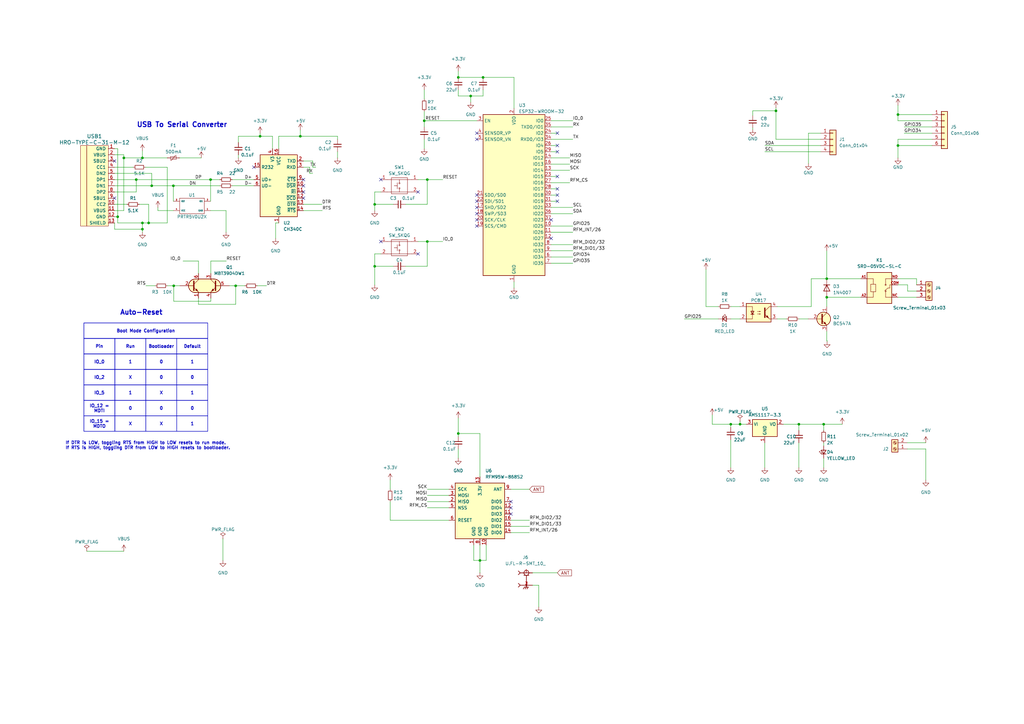
<source format=kicad_sch>
(kicad_sch (version 20231120) (generator "eeschema") (generator_version "8.0")
  (paper "A3")
  (title_block (title "IOT_ESP32") (date "2024-05-27") (company "InspireTech"))
  (junction (at 339.09 121.92))
  (junction (at 339.09 114.3))
  (junction (at 55.88 73.66))
  (junction (at 71.12 76.2))
  (junction (at 153.67 109.22))
  (junction (at 62.23 76.2))
  (junction (at 187.96 177.8))
  (junction (at 198.12 31.75))
  (junction (at 327.66 173.99))
  (junction (at 106.68 55.88))
  (junction (at 173.99 49.53))
  (junction (at 175.26 99.06))
  (junction (at 123.19 55.88))
  (junction (at 196.85 229.87))
  (junction (at 58.42 93.98))
  (junction (at 60.96 91.44))
  (junction (at 48.26 88.9))
  (junction (at 58.42 64.77))
  (junction (at 187.96 31.75))
  (junction (at 175.26 73.66))
  (junction (at 368.3 59.69))
  (junction (at 153.67 83.82))
  (junction (at 58.42 91.44))
  (junction (at 71.247 117.221))
  (junction (at 86.36 73.66))
  (junction (at 368.3 46.99))
  (junction (at 299.72 173.99))
  (junction (at 303.53 173.99))
  (junction (at 50.8 64.77))
  (junction (at 337.82 173.99))
  (junction (at 193.04 39.37))
  (junction (at 96.647 117.221))
  (junction (at 318.262 45.466))
  (no_connect (at 228.6 59.69))
  (no_connect (at 226.06 97.79))
  (no_connect (at 104.14 68.58))
  (no_connect (at 195.58 92.71))
  (no_connect (at 228.6 77.47))
  (no_connect (at 195.58 82.55))
  (no_connect (at 228.6 80.01))
  (no_connect (at 46.99 66.04))
  (no_connect (at 156.21 99.06))
  (no_connect (at 124.46 76.2))
  (no_connect (at 124.46 78.74))
  (no_connect (at 228.6 82.55))
  (no_connect (at 195.58 80.01))
  (no_connect (at 124.46 73.66))
  (no_connect (at 226.06 90.17))
  (no_connect (at 171.45 104.14))
  (no_connect (at 195.58 57.15))
  (no_connect (at 156.21 73.66))
  (no_connect (at 209.55 205.74))
  (no_connect (at 195.58 85.09))
  (no_connect (at 195.58 54.61))
  (no_connect (at 209.55 208.28))
  (no_connect (at 171.45 78.74))
  (no_connect (at 46.99 81.28))
  (no_connect (at 124.46 81.28))
  (no_connect (at 195.58 87.63))
  (no_connect (at 195.58 90.17))
  (no_connect (at 228.6 72.39))
  (no_connect (at 228.6 62.23))
  (no_connect (at 209.55 210.82))
  (no_connect (at 228.6 54.61))
  (wire (pts (xy 217.17 213.36) (xy 209.55 213.36)))
  (wire (pts (xy 106.68 54.61) (xy 106.68 55.88)))
  (wire (pts (xy 161.29 109.22) (xy 153.67 109.22)))
  (polyline (pts (xy 47.117 138.811) (xy 47.117 176.911)))
  (wire (pts (xy 368.3 114.3) (xy 375.92 114.3)))
  (wire (pts (xy 46.99 60.96) (xy 48.26 60.96)))
  (wire (pts (xy 166.37 83.82) (xy 175.26 83.82)))
  (wire (pts (xy 337.82 173.99) (xy 345.44 173.99)))
  (wire (pts (xy 75.057 107.061) (xy 81.407 107.061)))
  (wire (pts (xy 68.707 117.221) (xy 71.247 117.221)))
  (wire (pts (xy 299.72 125.73) (xy 303.53 125.73)))
  (wire (pts (xy 113.03 91.44) (xy 113.03 97.79)))
  (wire (pts (xy 226.06 74.93) (xy 233.68 74.93)))
  (wire (pts (xy 60.96 91.44) (xy 68.58 91.44)))
  (wire (pts (xy 166.37 109.22) (xy 175.26 109.22)))
  (wire (pts (xy 59.69 68.58) (xy 68.58 68.58)))
  (wire (pts (xy 46.99 83.82) (xy 52.07 83.82)))
  (wire (pts (xy 71.12 76.2) (xy 90.17 76.2)))
  (wire (pts (xy 60.96 83.82) (xy 60.96 91.44)))
  (wire (pts (xy 175.26 109.22) (xy 175.26 99.06)))
  (wire (pts (xy 55.88 73.66) (xy 86.36 73.66)))
  (wire (pts (xy 303.53 172.72) (xy 303.53 173.99)))
  (wire (pts (xy 210.82 44.45) (xy 210.82 31.75)))
  (wire (pts (xy 289.56 110.49) (xy 289.56 125.73)))
  (wire (pts (xy 46.99 86.36) (xy 50.8 86.36)))
  (wire (pts (xy 226.06 54.61) (xy 228.6 54.61)))
  (wire (pts (xy 370.84 54.61) (xy 382.27 54.61)))
  (wire (pts (xy 153.67 83.82) (xy 153.67 78.74)))
  (wire (pts (xy 71.12 76.2) (xy 71.12 82.55)))
  (polyline (pts (xy 34.417 157.861) (xy 85.217 157.861)))
  (wire (pts (xy 173.99 49.53) (xy 173.99 52.07)))
  (wire (pts (xy 62.23 76.2) (xy 71.12 76.2)))
  (wire (pts (xy 161.29 83.82) (xy 153.67 83.82)))
  (wire (pts (xy 368.3 59.69) (xy 382.27 59.69)))
  (wire (pts (xy 58.42 64.77) (xy 68.58 64.77)))
  (wire (pts (xy 138.43 64.77) (xy 138.43 62.23)))
  (wire (pts (xy 308.737 53.086) (xy 308.737 52.451)))
  (wire (pts (xy 337.82 187.96) (xy 337.82 191.77)))
  (wire (pts (xy 106.68 55.88) (xy 111.76 55.88)))
  (wire (pts (xy 196.85 223.52) (xy 196.85 229.87)))
  (wire (pts (xy 153.67 109.22) (xy 153.67 104.14)))
  (wire (pts (xy 226.06 64.77) (xy 233.68 64.77)))
  (polyline (pts (xy 59.817 138.811) (xy 59.817 176.911)))
  (wire (pts (xy 58.42 91.44) (xy 60.96 91.44)))
  (wire (pts (xy 187.96 171.45) (xy 187.96 177.8)))
  (wire (pts (xy 303.53 173.99) (xy 306.07 173.99)))
  (wire (pts (xy 153.67 78.74) (xy 156.21 78.74)))
  (wire (pts (xy 96.647 117.221) (xy 100.457 117.221)))
  (wire (pts (xy 198.12 39.37) (xy 193.04 39.37)))
  (wire (pts (xy 58.42 91.44) (xy 58.42 93.98)))
  (wire (pts (xy 372.11 184.15) (xy 379.73 184.15)))
  (wire (pts (xy 160.02 205.74) (xy 160.02 213.36)))
  (wire (pts (xy 46.99 73.66) (xy 55.88 73.66)))
  (wire (pts (xy 226.06 49.53) (xy 234.95 49.53)))
  (wire (pts (xy 339.09 135.89) (xy 339.09 139.7)))
  (wire (pts (xy 220.98 240.03) (xy 218.44 240.03)))
  (wire (pts (xy 327.66 173.99) (xy 337.82 173.99)))
  (wire (pts (xy 331.597 54.61) (xy 331.597 67.056)))
  (wire (pts (xy 123.19 53.34) (xy 123.19 55.88)))
  (wire (pts (xy 46.99 76.2) (xy 62.23 76.2)))
  (wire (pts (xy 114.3 55.88) (xy 114.3 60.96)))
  (wire (pts (xy 289.56 125.73) (xy 294.64 125.73)))
  (wire (pts (xy 48.26 60.96) (xy 48.26 88.9)))
  (wire (pts (xy 173.99 49.53) (xy 173.99 45.72)))
  (wire (pts (xy 96.647 117.221) (xy 96.647 124.841)))
  (wire (pts (xy 226.06 95.25) (xy 234.95 95.25)))
  (wire (pts (xy 138.43 55.88) (xy 123.19 55.88)))
  (wire (pts (xy 160.02 196.85) (xy 160.02 200.66)))
  (wire (pts (xy 46.99 93.98) (xy 58.42 93.98)))
  (wire (pts (xy 313.69 181.61) (xy 313.69 191.77)))
  (wire (pts (xy 318.77 130.81) (xy 322.58 130.81)))
  (wire (pts (xy 339.09 121.92) (xy 353.06 121.92)))
  (wire (pts (xy 175.26 203.2) (xy 184.15 203.2)))
  (wire (pts (xy 226.06 92.71) (xy 234.95 92.71)))
  (wire (pts (xy 194.31 229.87) (xy 196.85 229.87)))
  (wire (pts (xy 95.25 73.66) (xy 104.14 73.66)))
  (wire (pts (xy 234.95 105.41) (xy 226.06 105.41)))
  (wire (pts (xy 106.68 55.88) (xy 97.79 55.88)))
  (wire (pts (xy 153.67 83.82) (xy 153.67 86.36)))
  (wire (pts (xy 226.06 85.09) (xy 234.95 85.09)))
  (wire (pts (xy 128.27 66.04) (xy 128.27 68.58)))
  (wire (pts (xy 46.99 68.58) (xy 54.61 68.58)))
  (wire (pts (xy 368.3 46.99) (xy 382.27 46.99)))
  (wire (pts (xy 337.82 182.88) (xy 337.82 181.61)))
  (wire (pts (xy 228.6 62.23) (xy 226.06 62.23)))
  (wire (pts (xy 299.72 173.99) (xy 303.53 173.99)))
  (wire (pts (xy 337.82 173.99) (xy 337.82 176.53)))
  (wire (pts (xy 81.407 122.301) (xy 81.407 124.841)))
  (wire (pts (xy 58.42 61.849) (xy 58.42 64.77)))
  (wire (pts (xy 46.99 71.12) (xy 62.23 71.12)))
  (wire (pts (xy 226.06 102.87) (xy 234.95 102.87)))
  (wire (pts (xy 196.85 229.87) (xy 196.85 234.95)))
  (wire (pts (xy 48.26 91.44) (xy 58.42 91.44)))
  (wire (pts (xy 217.17 215.9) (xy 209.55 215.9)))
  (wire (pts (xy 124.46 66.04) (xy 128.27 66.04)))
  (wire (pts (xy 59.817 117.221) (xy 63.627 117.221)))
  (wire (pts (xy 35.56 226.06) (xy 50.8 226.06)))
  (wire (pts (xy 175.26 73.66) (xy 181.61 73.66)))
  (wire (pts (xy 127 71.12) (xy 128.27 71.12)))
  (wire (pts (xy 86.487 122.301) (xy 86.487 123.571)))
  (wire (pts (xy 97.79 55.88) (xy 97.79 58.42)))
  (wire (pts (xy 368.3 121.92) (xy 375.92 121.92)))
  (wire (pts (xy 64.77 86.36) (xy 64.77 85.09)))
  (wire (pts (xy 368.3 116.84) (xy 372.237 116.84)))
  (wire (pts (xy 57.15 83.82) (xy 60.96 83.82)))
  (wire (pts (xy 370.84 52.07) (xy 382.27 52.07)))
  (wire (pts (xy 327.66 181.61) (xy 327.66 191.77)))
  (wire (pts (xy 86.36 73.66) (xy 90.17 73.66)))
  (wire (pts (xy 368.3 59.69) (xy 368.3 64.77)))
  (wire (pts (xy 86.487 123.571) (xy 71.247 123.571)))
  (wire (pts (xy 187.96 187.96) (xy 187.96 184.15)))
  (wire (pts (xy 368.3 49.53) (xy 382.27 49.53)))
  (wire (pts (xy 379.73 184.15) (xy 379.73 196.85)))
  (wire (pts (xy 175.26 99.06) (xy 171.45 99.06)))
  (wire (pts (xy 127 68.58) (xy 127 71.12)))
  (wire (pts (xy 86.487 107.061) (xy 92.837 107.061)))
  (wire (pts (xy 71.247 123.571) (xy 71.247 117.221)))
  (wire (pts (xy 114.3 55.88) (xy 123.19 55.88)))
  (polyline (pts (xy 34.417 145.161) (xy 85.217 145.161)))
  (wire (pts (xy 368.3 46.99) (xy 368.3 49.53)))
  (wire (pts (xy 91.44 220.98) (xy 91.44 229.87)))
  (wire (pts (xy 111.76 55.88) (xy 111.76 60.96)))
  (wire (pts (xy 372.237 119.38) (xy 375.92 119.38)))
  (wire (pts (xy 196.85 177.8) (xy 196.85 195.58)))
  (wire (pts (xy 95.25 76.2) (xy 104.14 76.2)))
  (wire (pts (xy 71.12 86.36) (xy 64.77 86.36)))
  (wire (pts (xy 226.06 87.63) (xy 234.95 87.63)))
  (wire (pts (xy 105.537 117.221) (xy 109.347 117.221)))
  (wire (pts (xy 226.06 69.85) (xy 233.68 69.85)))
  (wire (pts (xy 339.09 114.3) (xy 353.06 114.3)))
  (wire (pts (xy 97.79 64.77) (xy 97.79 63.5)))
  (wire (pts (xy 46.99 63.5) (xy 50.8 63.5)))
  (wire (pts (xy 226.06 77.47) (xy 228.6 77.47)))
  (wire (pts (xy 187.96 29.21) (xy 187.96 31.75)))
  (wire (pts (xy 318.262 45.466) (xy 318.262 57.15)))
  (wire (pts (xy 86.487 112.141) (xy 86.487 107.061)))
  (wire (pts (xy 339.09 139.7) (xy 339.217 139.7)))
  (wire (pts (xy 193.04 39.37) (xy 193.04 41.91)))
  (wire (pts (xy 226.06 72.39) (xy 228.6 72.39)))
  (wire (pts (xy 318.77 125.73) (xy 332.74 125.73)))
  (wire (pts (xy 228.6 234.95) (xy 218.44 234.95)))
  (wire (pts (xy 336.55 57.15) (xy 318.262 57.15)))
  (wire (pts (xy 226.06 82.55) (xy 228.6 82.55)))
  (wire (pts (xy 124.46 68.58) (xy 127 68.58)))
  (wire (pts (xy 199.39 223.52) (xy 199.39 229.87)))
  (wire (pts (xy 339.09 121.92) (xy 339.09 125.73)))
  (wire (pts (xy 81.407 107.061) (xy 81.407 112.141)))
  (wire (pts (xy 153.67 109.22) (xy 153.67 116.84)))
  (wire (pts (xy 50.8 63.5) (xy 50.8 64.77)))
  (wire (pts (xy 114.3 91.44) (xy 113.03 91.44)))
  (wire (pts (xy 280.67 130.81) (xy 294.64 130.81)))
  (wire (pts (xy 92.71 86.36) (xy 86.36 86.36)))
  (wire (pts (xy 372.237 116.84) (xy 372.237 119.38)))
  (wire (pts (xy 226.06 57.15) (xy 234.95 57.15)))
  (wire (pts (xy 292.1 173.99) (xy 299.72 173.99)))
  (polyline (pts (xy 34.417 164.211) (xy 85.217 164.211)))
  (wire (pts (xy 234.95 107.95) (xy 226.06 107.95)))
  (wire (pts (xy 210.82 31.75) (xy 198.12 31.75)))
  (wire (pts (xy 175.26 200.66) (xy 184.15 200.66)))
  (wire (pts (xy 187.96 177.8) (xy 187.96 179.07)))
  (wire (pts (xy 175.26 205.74) (xy 184.15 205.74)))
  (wire (pts (xy 82.55 64.77) (xy 73.66 64.77)))
  (wire (pts (xy 220.98 248.92) (xy 220.98 240.03)))
  (wire (pts (xy 94.107 117.221) (xy 96.647 117.221)))
  (wire (pts (xy 292.1 170.18) (xy 292.1 173.99)))
  (wire (pts (xy 175.26 99.06) (xy 181.61 99.06)))
  (wire (pts (xy 313.69 59.69) (xy 336.55 59.69)))
  (wire (pts (xy 138.43 57.15) (xy 138.43 55.88)))
  (wire (pts (xy 153.67 104.14) (xy 156.21 104.14)))
  (wire (pts (xy 299.72 173.99) (xy 299.72 175.26)))
  (wire (pts (xy 124.46 83.82) (xy 132.08 83.82)))
  (wire (pts (xy 50.8 64.77) (xy 50.8 86.36)))
  (wire (pts (xy 193.04 39.37) (xy 187.96 39.37)))
  (wire (pts (xy 50.8 64.77) (xy 58.42 64.77)))
  (wire (pts (xy 339.09 102.87) (xy 339.09 114.3)))
  (wire (pts (xy 198.12 36.83) (xy 198.12 39.37)))
  (wire (pts (xy 327.66 130.81) (xy 331.47 130.81)))
  (polyline (pts (xy 34.417 138.811) (xy 85.217 138.811)))
  (wire (pts (xy 318.262 44.196) (xy 318.262 45.466)))
  (wire (pts (xy 194.31 223.52) (xy 194.31 229.87)))
  (wire (pts (xy 332.74 125.73) (xy 332.74 114.3)))
  (wire (pts (xy 62.23 71.12) (xy 62.23 76.2)))
  (wire (pts (xy 71.247 117.221) (xy 73.787 117.221)))
  (wire (pts (xy 321.31 173.99) (xy 327.66 173.99)))
  (wire (pts (xy 332.74 114.3) (xy 339.09 114.3)))
  (polyline (pts (xy 34.417 151.511) (xy 85.217 151.511)))
  (wire (pts (xy 313.69 62.23) (xy 336.55 62.23)))
  (wire (pts (xy 46.99 93.98) (xy 46.99 91.44)))
  (wire (pts (xy 375.92 114.3) (xy 375.92 116.84)))
  (wire (pts (xy 372.11 181.61) (xy 379.73 181.61)))
  (wire (pts (xy 299.72 130.81) (xy 303.53 130.81)))
  (wire (pts (xy 175.26 73.66) (xy 171.45 73.66)))
  (wire (pts (xy 299.72 180.34) (xy 299.72 191.77)))
  (wire (pts (xy 199.39 229.87) (xy 196.85 229.87)))
  (wire (pts (xy 209.55 200.66) (xy 217.17 200.66)))
  (wire (pts (xy 81.407 124.841) (xy 96.647 124.841)))
  (wire (pts (xy 187.96 39.37) (xy 187.96 36.83)))
  (wire (pts (xy 327.66 173.99) (xy 327.66 176.53)))
  (wire (pts (xy 226.06 67.31) (xy 233.68 67.31)))
  (polyline (pts (xy 72.517 138.811) (xy 72.517 176.911)))
  (wire (pts (xy 217.17 218.44) (xy 209.55 218.44)))
  (wire (pts (xy 173.99 36.83) (xy 173.99 40.64)))
  (wire (pts (xy 210.82 115.57) (xy 210.82 118.11)))
  (wire (pts (xy 46.99 78.74) (xy 55.88 78.74)))
  (wire (pts (xy 124.46 86.36) (xy 132.207 86.36)))
  (wire (pts (xy 228.6 59.69) (xy 226.06 59.69)))
  (wire (pts (xy 175.26 208.28) (xy 184.15 208.28)))
  (wire (pts (xy 46.99 88.9) (xy 48.26 88.9)))
  (wire (pts (xy 368.3 43.18) (xy 368.3 46.99)))
  (wire (pts (xy 336.55 54.61) (xy 331.597 54.61)))
  (wire (pts (xy 58.42 93.98) (xy 58.42 95.25)))
  (wire (pts (xy 173.99 57.15) (xy 173.99 60.96)))
  (wire (pts (xy 175.26 83.82) (xy 175.26 73.66)))
  (wire (pts (xy 92.71 86.36) (xy 92.71 95.25)))
  (wire (pts (xy 368.3 57.15) (xy 368.3 59.69)))
  (wire (pts (xy 226.06 100.33) (xy 234.95 100.33)))
  (wire (pts (xy 339.217 139.7) (xy 339.217 140.081)))
  (wire (pts (xy 368.3 57.15) (xy 382.27 57.15)))
  (wire (pts (xy 128.27 68.58) (xy 129.54 68.58)))
  (wire (pts (xy 187.96 31.75) (xy 198.12 31.75)))
  (wire (pts (xy 226.06 80.01) (xy 228.6 80.01)))
  (wire (pts (xy 55.88 73.66) (xy 55.88 78.74)))
  (polyline (pts (xy 34.417 170.561) (xy 85.217 170.561)))
  (wire (pts (xy 226.06 52.07) (xy 234.95 52.07)))
  (wire (pts (xy 48.26 88.9) (xy 48.26 91.44)))
  (wire (pts (xy 195.58 49.53) (xy 173.99 49.53)))
  (wire (pts (xy 187.96 177.8) (xy 196.85 177.8)))
  (wire (pts (xy 184.15 213.36) (xy 160.02 213.36)))
  (wire (pts (xy 308.737 45.466) (xy 308.737 47.371)))
  (wire (pts (xy 68.58 68.58) (xy 68.58 91.44)))
  (wire (pts (xy 308.737 45.466) (xy 318.262 45.466)))
  (wire (pts (xy 86.36 73.66) (xy 86.36 82.55)))
  (rectangle (start 34.417 132.461) (end 85.217 176.911))
  (text_box "Pin" (at 34.417 138.811 0) (size 12.7 6.35) (effects (font (size 1.27 1.27) (thickness 0.254) (bold yes))))
  (text_box "Run" (at 47.117 138.811 0) (size 12.7 6.35) (effects (font (size 1.27 1.27) (thickness 0.254) (bold yes))))
  (text_box "X" (at 59.817 170.561 0) (size 12.7 6.35) (effects (font (size 1.27 1.27) (thickness 0.254) (bold yes))))
  (text_box "1" (at 47.117 157.861 0) (size 12.7 6.35) (effects (font (size 1.27 1.27) (thickness 0.254) (bold yes))))
  (text_box "0" (at 59.817 164.211 0) (size 12.7 6.35) (effects (font (size 1.27 1.27) (thickness 0.254) (bold yes))))
  (text_box "X" (at 59.817 157.861 0) (size 12.7 6.35) (effects (font (size 1.27 1.27) (thickness 0.254) (bold yes))))
  (text_box "Default" (at 72.517 138.811 0) (size 12.7 6.35) (effects (font (size 1.27 1.27) (thickness 0.254) (bold yes))))
  (text_box "Bootloader" (at 59.817 138.811 0) (size 12.7 6.35) (effects (font (size 1.27 1.27) (thickness 0.254) (bold yes))))
  (text_box "0" (at 72.517 164.211 0) (size 12.7 6.35) (effects (font (size 1.27 1.27) (thickness 0.254) (bold yes))))
  (text_box "IO_2" (at 34.417 151.511 0) (size 12.7 6.35) (effects (font (size 1.27 1.27) (thickness 0.254) (bold yes))))
  (text_box "IO_5" (at 34.417 157.861 0) (size 12.7 6.35) (effects (font (size 1.27 1.27) (thickness 0.254) (bold yes))))
  (text_box "IO_0" (at 34.417 145.161 0) (size 12.7 6.35) (effects (font (size 1.27 1.27) (thickness 0.254) (bold yes))))
  (text_box "IO_15 = MDTO" (at 34.417 170.561 0) (size 12.7 6.35) (effects (font (size 1.27 1.27) (thickness 0.254) (bold yes))))
  (text_box "X" (at 47.117 170.561 0) (size 12.7 6.35) (effects (font (size 1.27 1.27) (thickness 0.254) (bold yes))))
  (text_box "1" (at 72.517 157.861 0) (size 12.7 6.35) (effects (font (size 1.27 1.27) (thickness 0.254) (bold yes))))
  (text_box "IO_12 = MDTI" (at 34.417 164.211 0) (size 12.7 6.35) (effects (font (size 1.27 1.27) (thickness 0.254) (bold yes))))
  (text_box "0" (at 47.117 164.211 0) (size 12.7 6.35) (effects (font (size 1.27 1.27) (thickness 0.254) (bold yes))))
  (text_box "1" (at 72.517 170.561 0) (size 12.7 6.35) (effects (font (size 1.27 1.27) (thickness 0.254) (bold yes))))
  (text_box "0" (at 59.817 145.161 0) (size 12.7 6.35) (effects (font (size 1.27 1.27) (thickness 0.254) (bold yes))))
  (text_box "X" (at 47.117 151.511 0) (size 12.7 6.35) (effects (font (size 1.27 1.27) (thickness 0.254) (bold yes))))
  (text_box "1" (at 47.117 145.161 0) (size 12.7 6.35) (effects (font (size 1.27 1.27) (thickness 0.254) (bold yes))))
  (text_box "0" (at 72.517 151.511 0) (size 12.7 6.35) (effects (font (size 1.27 1.27) (thickness 0.254) (bold yes))))
  (text_box "1" (at 72.517 145.161 0) (size 12.7 6.35) (effects (font (size 1.27 1.27) (thickness 0.254) (bold yes))))
  (text_box "0" (at 59.817 151.511 0) (size 12.7 6.35) (effects (font (size 1.27 1.27) (thickness 0.254) (bold yes))))
  (text_box "Boot Mode Configuration" (at 34.417 132.461 0) (size 50.8 6.35) (effects (font (size 1.27 1.27) (bold yes))))
  (text "USB To Serial Converter" (at 56.007 52.451 0) (effects (font (size 2 2) (thickness 0.4) (bold yes)) (justify left bottom)))
  (text "Auto-Reset" (at 49.149 129.413 0) (effects (font (size 2 2) (thickness 0.4) (bold yes)) (justify left bottom)))
  (text "If DTR is LOW, toggling RTS from HIGH to LOW resets to run mode.\nIf RTS is HIGH, toggling DTR from LOW to HIGH resets to bootloader." (at 26.797 184.531 0) (effects (font (size 1.27 1.27) (bold yes)) (justify left bottom)))
  (label "GPIO25" (at 280.67 130.81 0))
  (label "RESET" (at 92.837 107.061 0))
  (label "RTS" (at 132.207 86.36 0))
  (label "DP" (at 80.01 73.66 0))
  (label "MOSI" (at 175.26 203.2 180))
  (label "RX" (at 128.27 71.12 180))
  (label "IO_0" (at 181.61 99.06 0))
  (label "GPIO25" (at 234.95 92.71 0))
  (label "SCK" (at 233.68 69.85 0))
  (label "RFM_CS" (at 233.68 74.93 0))
  (label "MISO" (at 233.68 64.77 0))
  (label "TX" (at 234.95 57.15 0))
  (label "RFM_DIO2{slash}32" (at 234.95 100.33 0))
  (label "GPIO35" (at 234.95 107.95 0))
  (label "RFM_DIO1{slash}33" (at 234.95 102.87 0))
  (label "MOSI" (at 233.68 67.31 0))
  (label "DN" (at 77.597 76.2 0))
  (label "IO_0 " (at 75.057 107.061 180))
  (label "DTR" (at 109.347 117.221 0))
  (label "TX" (at 129.54 68.58 180))
  (label "SCL" (at 234.95 85.09 0))
  (label "GPIO34" (at 370.84 54.61 0))
  (label "RFM_CS" (at 175.26 208.28 180))
  (label "RESET" (at 180.34 49.53 180))
  (label "MISO" (at 175.26 205.74 180))
  (label "SDA" (at 234.95 87.63 0))
  (label "RFM_INT{slash}26" (at 217.17 218.44 0))
  (label "IO_0 " (at 234.95 49.53 0))
  (label "RFM_INT{slash}26" (at 234.95 95.25 0))
  (label "SDA" (at 313.69 59.69 0))
  (label "D+" (at 100.33 73.66 0))
  (label "SCK" (at 175.26 200.66 180))
  (label "SCL" (at 313.69 62.23 0))
  (label "RFM_DIO1{slash}33" (at 217.17 215.9 0))
  (label "RFM_DIO2{slash}32" (at 217.17 213.36 0))
  (label "D-" (at 100.33 76.2 0))
  (label "DTR" (at 132.08 83.82 0))
  (label "RTS" (at 59.817 117.221 180))
  (label "RESET" (at 181.61 73.66 0))
  (label "GPIO35" (at 370.84 52.07 0))
  (label "RX" (at 234.95 52.07 0))
  (label "GPIO34" (at 234.95 105.41 0))
  (global_label "ANT" (shape input) (at 217.17 200.66 0) (property "Intersheetrefs" "${INTERSHEET_REFS}" (effects (hide yes))))
  (global_label "ANT" (shape input) (at 228.6 234.95 0) (property "Intersheetrefs" "${INTERSHEET_REFS}" (effects (hide yes))))
  (symbol (lib_id "Connector_Generic:Conn_01x06") (at 387.35 52.07 0) (unit 1)
    (property "Reference" "J5" (at 389.89 52.0699 0) (effects (justify left)))
    (property "Value" "Conn_01x06" (at 389.89 54.6099 0) (effects (justify left)))
    (property "Footprint" "Connector_PinHeader_2.54mm:PinHeader_1x06_P2.54mm_Vertical" (effects (hide yes)))
    (property "Description" "Generic connector, single row, 01x06, script generated (kicad-library-utils/schlib/autogen/connector/)" (effects (hide yes)))
  )
  (symbol (lib_id "power:GND") (at 113.03 97.79 0) (unit 1)
    (property "Reference" "#PWR011" (effects (hide yes)))
    (property "Value" "GND" (at 113.03 102.87 0))
  )
  (symbol (lib_id "power:GND") (at 58.42 95.25 0) (unit 1)
    (property "Reference" "#PWR02" (effects (hide yes)))
    (property "Value" "GND" (at 58.42 100.33 0))
  )
  (symbol (lib_id "power:VDD") (at 292.1 170.18 0) (unit 1)
    (property "Reference" "#PWR025" (effects (hide yes)))
    (property "Value" "+5V" (at 292.608 168.148 0) (effects (justify left)))
  )
  (symbol (lib_id "Device:C_Small") (at 308.737 49.911 0) (unit 1)
    (property "Reference" "C8" (at 311.912 48.6473 0) (effects (justify left)))
    (property "Value" "22u" (at 311.912 51.1873 0) (effects (justify left)))
    (property "Footprint" "Capacitor_SMD:C_0805_2012Metric_Pad1.18x1.45mm_HandSolder" (effects (hide yes)))
  )
  (symbol (lib_id "Device:C_Small") (at 299.72 177.8 0) (unit 1)
    (property "Reference" "C9" (at 302.26 177.8 0) (effects (justify left)))
    (property "Value" "22uF" (at 300.99 180.34 0) (effects (justify left)))
    (property "Footprint" "Capacitor_SMD:C_0805_2012Metric_Pad1.18x1.45mm_HandSolder" (effects (hide yes)))
  )
  (symbol (lib_id "Device:R_Small") (at 66.167 117.221 90) (unit 1)
    (property "Reference" "R3" (at 63.627 119.761 90))
    (property "Value" "10K" (at 68.707 119.761 90))
    (property "Footprint" "Resistor_SMD:R_0805_2012Metric_Pad1.20x1.40mm_HandSolder" (effects (hide yes)))
  )
  (symbol (lib_id "power:+3.3V") (at 160.02 196.85 0) (unit 1)
    (property "Reference" "#PWR046" (effects (hide yes)))
    (property "Value" "+3.3V" (at 160.02 191.77 0))
  )
  (symbol (lib_id "Device:R_Small") (at 92.71 76.2 90) (unit 1)
    (property "Reference" "R5" (at 90.17 78.74 90))
    (property "Value" "22" (at 95.25 78.74 90))
    (property "Footprint" "Resistor_SMD:R_0805_2012Metric_Pad1.20x1.40mm_HandSolder" (effects (hide yes)))
  )
  (symbol (lib_id "Connector_Generic:Conn_01x04") (at 341.63 57.15 0) (unit 1)
    (property "Reference" "J1" (at 344.17 57.1499 0) (effects (justify left)))
    (property "Value" "Conn_01x04" (at 344.17 59.6899 0) (effects (justify left)))
    (property "Footprint" "Connector_PinHeader_2.54mm:PinHeader_1x04_P2.54mm_Vertical" (effects (hide yes)))
    (property "Description" "Generic connector, single row, 01x04, script generated (kicad-library-utils/schlib/autogen/connector/)" (effects (hide yes)))
  )
  (symbol (lib_id "power:+3.3V") (at 379.73 181.61 0) (unit 1)
    (property "Reference" "#PWR030" (effects (hide yes)))
    (property "Value" "+5V" (at 379.73 176.53 0))
  )
  (symbol (lib_id "Device:R_Small") (at 102.997 117.221 90) (unit 1)
    (property "Reference" "R6" (at 100.457 119.761 90))
    (property "Value" "10K" (at 105.537 119.761 90))
    (property "Footprint" "Resistor_SMD:R_0805_2012Metric_Pad1.20x1.40mm_HandSolder" (effects (hide yes)))
  )
  (symbol (lib_id "IOT_ESP32-Library:Screw_Terminal_01x03") (at 381 119.38 0) (unit 1)
    (property "Reference" "J4" (at 383.54 118.1099 0) (effects (justify left)))
    (property "Value" "Screw_Terminal_01x03" (at 366.268 126.238 0) (effects (justify left)))
    (property "Footprint" "TerminalBlock_Phoenix:TerminalBlock_Phoenix_MKDS-1,5-3_1x03_P5.00mm_Horizontal" (effects (hide yes)))
    (property "Description" "Generic screw terminal, single row, 01x03, script generated (kicad-library-utils/schlib/autogen/connector/)" (effects (hide yes)))
  )
  (symbol (lib_id "Device:R_Small") (at 160.02 203.2 0) (unit 1)
    (property "Reference" "R13" (at 161.29 201.93 0) (effects (justify left)))
    (property "Value" "10K" (at 161.29 204.47 0) (effects (justify left)))
    (property "Footprint" "Resistor_SMD:R_0805_2012Metric_Pad1.20x1.40mm_HandSolder" (effects (hide yes)))
  )
  (symbol (lib_id "Device:Polyfuse_Small") (at 71.12 64.77 90) (unit 1)
    (property "Reference" "F1" (at 71.12 59.69 90))
    (property "Value" "500mA" (at 71.12 62.23 90))
    (property "Footprint" "Fuse:Fuse_1206_3216Metric_Pad1.42x1.75mm_HandSolder" (effects (hide yes)))
  )
  (symbol (lib_name "BC547A_3") (lib_id "local_lib:BC547A") (at 336.55 130.81 0) (unit 1)
    (property "Reference" "Q2" (at 341.63 130.175 0) (effects (justify left)))
    (property "Value" "BC547A" (at 341.63 132.715 0) (effects (justify left)))
    (property "Footprint" "global_Library:BC547A" (effects (hide yes)))
    (property "Datasheet" "https://www.tme.eu/Document/6c5d898a533a0762c2bc33eb26c283a8/BC546-550-DTE.pdf" (effects (hide yes)))
  )
  (symbol (lib_id "Device:R_Small") (at 92.71 73.66 90) (unit 1)
    (property "Reference" "R4" (at 90.17 71.12 90))
    (property "Value" "22" (at 95.25 71.12 90))
    (property "Footprint" "Resistor_SMD:R_0805_2012Metric_Pad1.20x1.40mm_HandSolder" (effects (hide yes)))
  )
  (symbol (lib_id "power:GND") (at 220.98 248.92 0) (unit 1)
    (property "Reference" "#PWR07" (effects (hide yes)))
    (property "Value" "GND" (at 220.98 254 0))
  )
  (symbol (lib_id "power:GND") (at 91.44 229.87 0) (unit 1)
    (property "Reference" "#PWR010" (effects (hide yes)))
    (property "Value" "GND" (at 91.44 234.95 0))
  )
  (symbol (lib_id "power:+3.3V") (at 173.99 36.83 0) (unit 1)
    (property "Reference" "#PWR018" (effects (hide yes)))
    (property "Value" "+3.3V" (at 173.99 31.75 0))
  )
  (symbol (lib_id "power:PWR_FLAG") (at 91.44 220.98 0) (unit 1)
    (property "Reference" "#FLG03" (effects (hide yes)))
    (property "Value" "PWR_FLAG" (at 91.44 217.17 0))
  )
  (symbol (lib_id "Connector:Screw_Terminal_01x02") (at 367.03 184.15 180) (unit 1)
    (property "Reference" "J2" (at 364.49 184.1501 0) (effects (justify left)))
    (property "Value" "Screw_Terminal_01x02" (at 372.618 178.308 0) (effects (justify left)))
    (property "Footprint" "TerminalBlock_Phoenix:TerminalBlock_Phoenix_MKDS-1,5-2_1x02_P5.00mm_Horizontal" (effects (hide yes)))
    (property "Description" "Generic screw terminal, single row, 01x02, script generated (kicad-library-utils/schlib/autogen/connector/)" (effects (hide yes)))
  )
  (symbol (lib_id "power:PWR_FLAG") (at 303.53 172.72 0) (unit 1)
    (property "Reference" "#FLG04" (effects (hide yes)))
    (property "Value" "PWR_FLAG" (at 303.53 168.91 0))
  )
  (symbol (lib_id "Device:C_Small") (at 138.43 59.69 180) (unit 1)
    (property "Reference" "C2" (at 134.62 58.42 0))
    (property "Value" "0.1uF" (at 133.35 60.96 0))
    (property "Footprint" "Capacitor_SMD:C_0805_2012Metric_Pad1.18x1.45mm_HandSolder" (effects (hide yes)))
  )
  (symbol (lib_id "power:GND") (at 173.99 60.96 0) (unit 1)
    (property "Reference" "#PWR019" (effects (hide yes)))
    (property "Value" "GND" (at 173.99 65.278 0))
  )
  (symbol (lib_id "local_lib:SW_SKQG") (at 163.83 99.06 0) (unit 1)
    (property "Reference" "SW2" (at 163.83 93.98 0))
    (property "Value" "SW_SKQG" (at 163.83 96.52 0))
    (property "Footprint" "global_Library:SW_SPST_SKQG_WithStem" (effects (hide yes)))
  )
  (symbol (lib_id "power:GND") (at 313.69 191.77 0) (unit 1)
    (property "Reference" "#PWR032" (effects (hide yes)))
    (property "Value" "GND" (at 313.69 196.85 0))
  )
  (symbol (lib_id "local_lib:AMS1117-3.3") (at 313.69 173.99 0) (unit 1)
    (property "Reference" "U5" (at 313.69 167.64 0))
    (property "Value" "AMS1117-3.3" (at 313.69 170.18 0))
    (property "Footprint" "global_Library:AMS1117-3.3" (effects (hide yes)))
    (property "Datasheet" "http://www.advanced-monolithic.com/pdf/ds1117.pdf" (effects (hide yes)))
  )
  (symbol (lib_name "GND_1") (lib_id "power:GND") (at 187.96 187.96 0) (unit 1)
    (property "Reference" "#PWR045" (effects (hide yes)))
    (property "Value" "GND" (at 187.96 193.04 0))
    (property "Description" "Power symbol creates a global label with name \"GND\" , ground" (effects (hide yes)))
  )
  (symbol (lib_id "power:GND") (at 138.43 64.77 0) (unit 1)
    (property "Reference" "#PWR013" (effects (hide yes)))
    (property "Value" "GND" (at 138.43 69.85 0))
  )
  (symbol (lib_id "Device:C_Small") (at 187.96 181.61 0) (unit 1)
    (property "Reference" "C12" (at 182.88 181.61 0) (effects (justify left)))
    (property "Value" "0.1uF" (at 181.61 184.15 0) (effects (justify left)))
    (property "Footprint" "Capacitor_SMD:C_0805_2012Metric_Pad1.18x1.45mm_HandSolder" (effects (hide yes)))
  )
  (symbol (lib_id "Device:R_Small") (at 325.12 130.81 90) (unit 1)
    (property "Reference" "R10" (at 325.12 133.35 90))
    (property "Value" "1K" (at 325.12 135.89 90))
    (property "Footprint" "Resistor_SMD:R_0805_2012Metric_Pad1.20x1.40mm_HandSolder" (effects (hide yes)))
  )
  (symbol (lib_id "power:+3.3V") (at 187.96 171.45 0) (unit 1)
    (property "Reference" "#PWR044" (effects (hide yes)))
    (property "Value" "+3.3V" (at 187.96 166.37 0))
  )
  (symbol (lib_id "Device:R_Small") (at 337.82 179.07 0) (unit 1)
    (property "Reference" "R11" (at 339.09 179.07 0) (effects (justify left)))
    (property "Value" "2K" (at 339.09 181.61 0) (effects (justify left)))
    (property "Footprint" "Resistor_SMD:R_0805_2012Metric_Pad1.20x1.40mm_HandSolder" (effects (hide yes)))
  )
  (symbol (lib_id "power:VBUS") (at 64.77 85.09 0) (unit 1)
    (property "Reference" "#PWR03" (effects (hide yes)))
    (property "Value" "VBUS" (at 64.77 80.01 0))
  )
  (symbol (lib_id "power:GND") (at 327.66 191.77 0) (unit 1)
    (property "Reference" "#PWR036" (effects (hide yes)))
    (property "Value" "GND" (at 327.66 196.85 0))
  )
  (symbol (lib_id "power:GND") (at 97.79 64.77 0) (unit 1)
    (property "Reference" "#PWR08" (effects (hide yes)))
    (property "Value" "GND" (at 97.79 69.85 0))
  )
  (symbol (lib_id "power:VDD") (at 339.09 102.87 0) (unit 1)
    (property "Reference" "#PWR039" (effects (hide yes)))
    (property "Value" "+5V" (at 339.598 100.838 0) (effects (justify left)))
  )
  (symbol (lib_id "power:GND") (at 337.82 191.77 0) (unit 1)
    (property "Reference" "#PWR037" (effects (hide yes)))
    (property "Value" "GND" (at 337.82 196.85 0))
  )
  (symbol (lib_name "PC817_3") (lib_id "local_lib:PC817") (at 311.15 128.27 0) (unit 1)
    (property "Reference" "U4" (at 311.15 120.65 0))
    (property "Value" "PC817" (at 311.15 123.19 0))
    (property "Footprint" "global_Library:PC817" (effects (hide yes)))
    (property "Datasheet" "http://www.soselectronic.cz/a_info/resource/d/pc817.pdf" (effects (hide yes)))
  )
  (symbol (lib_id "power:PWR_FLAG") (at 35.56 226.06 0) (unit 1)
    (property "Reference" "#FLG01" (effects (hide yes)))
    (property "Value" "PWR_FLAG" (at 35.56 222.25 0))
  )
  (symbol (lib_id "Device:R_Small") (at 57.15 68.58 90) (unit 1)
    (property "Reference" "R2" (at 57.15 66.04 90))
    (property "Value" "5.1K" (at 57.15 71.12 90))
    (property "Footprint" "Resistor_SMD:R_0805_2012Metric_Pad1.20x1.40mm_HandSolder" (effects (hide yes)))
  )
  (symbol (lib_id "power:GND") (at 299.72 191.77 0) (unit 1)
    (property "Reference" "#PWR028" (effects (hide yes)))
    (property "Value" "GND" (at 299.72 196.85 0))
  )
  (symbol (lib_id "power:GND") (at 368.3 64.77 0) (unit 1)
    (property "Reference" "#PWR034" (effects (hide yes)))
    (property "Value" "GND" (at 368.3 68.58 0))
  )
  (symbol (lib_id "power:+3.3V") (at 345.44 173.99 0) (unit 1)
    (property "Reference" "#PWR038" (effects (hide yes)))
    (property "Value" "+3.3V" (at 345.44 168.91 0))
  )
  (symbol (lib_id "power:GND") (at 379.73 196.85 0) (unit 1)
    (property "Reference" "#PWR031" (effects (hide yes)))
    (property "Value" "GND" (at 379.73 201.93 0))
  )
  (symbol (lib_id "local_lib:ESP32-WROOM-32") (at 210.82 80.01 0) (unit 1)
    (property "Reference" "U3" (at 212.7759 43.18 0) (effects (justify left)))
    (property "Value" "ESP32-WROOM-32" (at 212.7759 45.72 0) (effects (justify left)))
    (property "Footprint" "RF_Module:ESP32-WROOM-32" (effects (hide yes)))
    (property "Datasheet" "https://www.espressif.com/sites/default/files/documentation/esp32-wroom-32_datasheet_en.pdf" (effects (hide yes)))
  )
  (symbol (lib_id "power:+5V") (at 289.56 110.49 0) (unit 1)
    (property "Reference" "#PWR024" (effects (hide yes)))
    (property "Value" "+5V" (at 289.56 106.68 0))
  )
  (symbol (lib_id "U.FL-R-SMT_10_:U.FL-R-SMT_10_") (at 215.9 237.49 0) (unit 1)
    (property "Reference" "J6" (at 215.519 228.6 0))
    (property "Value" "U.FL-R-SMT_10_" (at 215.519 231.14 0))
    (property "Footprint" "global_Library:HRS_U.FL-R-SMT_10_" (effects (hide yes)))
    (property "MF" "Hirose Electric Co Ltd" (effects (hide yes)))
    (property "DESCRIPTION" "U.FL Series 50 Ohm Receptacle Male Pins Ultra Small SMT Coaxial Connector" (effects (hide yes)))
    (property "PACKAGE" "FakePackage u" (effects (hide yes)))
    (property "PRICE" "None" (effects (hide yes)))
    (property "Package" "None" (effects (hide yes)))
    (property "Check_prices" "https://www.snapeda.com/parts/U.FL-R-SMT(10)/Hirose+Electric+Co+Ltd/view-part/?ref=eda" (effects (hide yes)))
    (property "Price" "None" (effects (hide yes)))
    (property "SnapEDA_Link" "https://www.snapeda.com/parts/U.FL-R-SMT(10)/Hirose+Electric+Co+Ltd/view-part/?ref=snap" (effects (hide yes)))
    (property "MP" "U.FL-R-SMT(10)" (effects (hide yes)))
    (property "Availability" "In Stock" (effects (hide yes)))
    (property "AVAILABILITY" "Unavailable" (effects (hide yes)))
    (property "Description_1" "\nU.FL (UMCC) Connector Receptacle, Male Pin 50 Ohms Surface Mount Solder\n" (effects (hide yes)))
  )
  (symbol (lib_id "power:VBUS") (at 50.8 226.06 0) (unit 1)
    (property "Reference" "#PWR04" (effects (hide yes)))
    (property "Value" "VBUS" (at 50.8 220.98 0))
  )
  (symbol (lib_id "local_lib:CH340C") (at 114.3 76.2 0) (unit 1)
    (property "Reference" "U2" (at 116.2559 91.44 0) (effects (justify left)))
    (property "Value" "CH340C" (at 116.2559 93.98 0) (effects (justify left)))
    (property "Footprint" "global_Library:CH340C" (effects (hide yes)))
    (property "Datasheet" "https://datasheet.lcsc.com/szlcsc/Jiangsu-Qin-Heng-CH340C_C84681.pdf" (effects (hide yes)))
  )
  (symbol (lib_id "Device:R_Small") (at 173.99 43.18 0) (unit 1)
    (property "Reference" "R7" (at 175.26 41.91 0) (effects (justify left)))
    (property "Value" "10K" (at 175.26 44.45 0) (effects (justify left)))
    (property "Footprint" "Resistor_SMD:R_0805_2012Metric_Pad1.20x1.40mm_HandSolder" (effects (hide yes)))
  )
  (symbol (lib_id "power:GND") (at 153.67 116.84 0) (unit 1)
    (property "Reference" "#PWR015" (effects (hide yes)))
    (property "Value" "GND" (at 153.67 121.92 0))
  )
  (symbol (lib_name "SW_SKQG_1") (lib_id "local_lib:SW_SKQG") (at 163.83 73.66 0) (unit 1)
    (property "Reference" "SW1" (at 163.83 68.58 0))
    (property "Value" "SW_SKQG" (at 163.83 71.12 0))
    (property "Footprint" "global_Library:SW_SPST_SKQG_WithStem" (effects (hide yes)))
  )
  (symbol (lib_id "Device:C_Small") (at 198.12 34.29 0) (unit 1)
    (property "Reference" "C7" (at 193.04 34.29 0) (effects (justify left)))
    (property "Value" "0.1uF" (at 191.77 36.83 0) (effects (justify left)))
    (property "Footprint" "Capacitor_SMD:C_0805_2012Metric_Pad1.18x1.45mm_HandSolder" (effects (hide yes)))
  )
  (symbol (lib_id "local_lib:PRTR5V0U2X") (at 78.74 81.28 0) (unit 1)
    (property "Reference" "U1" (at 78.74 80.01 0))
    (property "Value" "PRTR5V0U2X" (at 78.74 88.9 0))
    (property "Footprint" "global_Library:PRTR5VOU2X" (effects (hide yes)))
  )
  (symbol (lib_id "power:+3.3V") (at 187.96 29.21 0) (unit 1)
    (property "Reference" "#PWR020" (effects (hide yes)))
    (property "Value" "+3.3V" (at 187.96 24.13 0))
  )
  (symbol (lib_id "Device:C_Small") (at 163.83 109.22 90) (unit 1)
    (property "Reference" "C4" (at 163.83 106.68 90))
    (property "Value" "0.1uF" (at 163.83 111.76 90))
    (property "Footprint" "Capacitor_SMD:C_0805_2012Metric_Pad1.18x1.45mm_HandSolder" (effects (hide yes)))
  )
  (symbol (lib_id "Device:C_Small") (at 97.79 60.96 0) (unit 1)
    (property "Reference" "C1" (at 101.6 60.96 0))
    (property "Value" "0.1uF" (at 101.6 63.5 0))
    (property "Footprint" "Capacitor_SMD:C_0805_2012Metric_Pad1.18x1.45mm_HandSolder" (effects (hide yes)))
  )
  (symbol (lib_id "power:GND") (at 331.597 67.056 0) (unit 1)
    (property "Reference" "#PWR033" (effects (hide yes)))
    (property "Value" "GND" (at 331.597 70.866 0))
  )
  (symbol (lib_id "Device:C_Small") (at 163.83 83.82 90) (unit 1)
    (property "Reference" "C3" (at 161.29 81.28 90))
    (property "Value" "0.1uF" (at 167.64 81.28 90))
    (property "Footprint" "Capacitor_SMD:C_0805_2012Metric_Pad1.18x1.45mm_HandSolder" (effects (hide yes)))
  )
  (symbol (lib_id "power:GND") (at 92.71 95.25 0) (unit 1)
    (property "Reference" "#PWR06" (effects (hide yes)))
    (property "Value" "GND" (at 92.71 100.33 0))
  )
  (symbol (lib_id "power:GND") (at 308.737 53.086 0) (unit 1)
    (property "Reference" "#PWR027" (effects (hide yes)))
    (property "Value" "GND" (at 308.737 56.896 0))
  )
  (symbol (lib_id "power:GND") (at 153.67 86.36 0) (unit 1)
    (property "Reference" "#PWR014" (effects (hide yes)))
    (property "Value" "GND" (at 153.67 91.44 0))
  )
  (symbol (lib_id "Device:R_Small") (at 54.61 83.82 90) (unit 1)
    (property "Reference" "R1" (at 54.61 81.28 90))
    (property "Value" "5.1K" (at 54.61 86.36 90))
    (property "Footprint" "Resistor_SMD:R_0805_2012Metric_Pad1.20x1.40mm_HandSolder" (effects (hide yes)))
  )
  (symbol (lib_id "power:GND1") (at 339.217 140.081 0) (unit 1)
    (property "Reference" "#PWR035" (effects (hide yes)))
    (property "Value" "GND" (at 339.217 145.161 0))
  )
  (symbol (lib_id "power:+3.3V") (at 106.68 54.61 0) (unit 1)
    (property "Reference" "#PWR09" (effects (hide yes)))
    (property "Value" "+3.3V" (at 106.68 49.53 0))
  )
  (symbol (lib_id "Device:R_Small") (at 297.18 125.73 270) (unit 1)
    (property "Reference" "R8" (at 297.18 120.65 90))
    (property "Value" "1K" (at 297.18 123.19 90))
    (property "Footprint" "Resistor_SMD:R_0805_2012Metric_Pad1.20x1.40mm_HandSolder" (effects (hide yes)))
  )
  (symbol (lib_name "1N4007_3") (lib_id "local_lib:1N4007") (at 339.09 118.11 270) (unit 1)
    (property "Reference" "D3" (at 341.63 117.475 90) (effects (justify left)))
    (property "Value" "1N4007" (at 341.63 120.015 90) (effects (justify left)))
    (property "Footprint" "Diode_THT:D_DO-41_SOD81_P12.70mm_Horizontal" (effects (hide yes)))
    (property "Datasheet" "http://www.vishay.com/docs/88503/1n4001.pdf" (effects (hide yes)))
    (property "Sim.Device" "D" (effects (hide yes)))
    (property "Sim.Pins" "1=K 2=A" (effects (hide yes)))
  )
  (symbol (lib_name "GND_1") (lib_id "power:GND") (at 196.85 234.95 0) (unit 1)
    (property "Reference" "#PWR043" (effects (hide yes)))
    (property "Value" "GND" (at 196.85 240.03 0))
    (property "Description" "Power symbol creates a global label with name \"GND\" , ground" (effects (hide yes)))
  )
  (symbol (lib_id "power:+3.3V") (at 318.262 44.196 0) (unit 1)
    (property "Reference" "#PWR029" (effects (hide yes)))
    (property "Value" "+3.3V" (at 318.262 40.386 0))
  )
  (symbol (lib_id "power:GND") (at 193.04 41.91 0) (unit 1)
    (property "Reference" "#PWR021" (effects (hide yes)))
    (property "Value" "GND" (at 193.04 46.99 0))
  )
  (symbol (lib_id "local_lib:SRD-05VDC-SL-C") (at 360.68 116.84 0) (unit 1)
    (property "Reference" "K1" (at 360.68 106.68 0))
    (property "Value" "SRD-05VDC-SL-C" (at 360.68 109.22 0))
    (property "Footprint" "global_Library:RELAY_SRD-05VDC-SL-C" (effects (hide yes)))
    (property "MANUFACTURER" "SONGLE RELAY" (effects (hide yes)))
    (property "STANDARD" "IPC-7251" (effects (hide yes)))
  )
  (symbol (lib_id "power:VBUS") (at 58.42 61.849 0) (unit 1)
    (property "Reference" "#PWR01" (effects (hide yes)))
    (property "Value" "VBUS" (at 58.42 56.769 0))
  )
  (symbol (lib_id "Device:C_Small") (at 187.96 34.29 0) (unit 1)
    (property "Reference" "C6" (at 182.88 34.29 0) (effects (justify left)))
    (property "Value" "22uF" (at 182.88 36.83 0) (effects (justify left)))
    (property "Footprint" "Capacitor_SMD:C_0805_2012Metric_Pad1.18x1.45mm_HandSolder" (effects (hide yes)))
  )
  (symbol (lib_id "Device:LED_Small") (at 337.82 185.42 90) (unit 1)
    (property "Reference" "D4" (at 339.09 185.42 90) (effects (justify right)))
    (property "Value" "YELLOW_LED" (at 339.09 187.96 90) (effects (justify right)))
    (property "Footprint" "LED_SMD:LED_0805_2012Metric_Pad1.15x1.40mm_HandSolder" (effects (hide yes)))
  )
  (symbol (lib_id "local_lib:MBT3904DW1") (at 83.947 117.221 0) (unit 1)
    (property "Reference" "Q1" (at 94.107 109.601 0))
    (property "Value" "MBT3904DW1" (at 94.107 112.141 0))
    (property "Footprint" "global_Library:MBT3904DW1" (effects (hide yes)))
    (property "Datasheet" "https://www.tme.eu/Document/80e325783d3402e7c290463a712f3e6c/MBT3904DW1.PDF" (effects (hide yes)))
  )
  (symbol (lib_id "power:GND") (at 210.82 118.11 0) (unit 1)
    (property "Reference" "#PWR023" (effects (hide yes)))
    (property "Value" "GND" (at 210.82 121.92 0))
  )
  (symbol (lib_id "power:+3.3V") (at 368.3 43.18 0) (unit 1)
    (property "Reference" "#PWR040" (effects (hide yes)))
    (property "Value" "+3.3V" (at 368.3 39.37 0))
  )
  (symbol (lib_id "Device:C_Small") (at 327.66 179.07 0) (unit 1)
    (property "Reference" "C10" (at 322.58 179.07 0) (effects (justify left)))
    (property "Value" "22uF" (at 321.31 181.61 0) (effects (justify left)))
    (property "Footprint" "Capacitor_SMD:C_0805_2012Metric_Pad1.18x1.45mm_HandSolder" (effects (hide yes)))
  )
  (symbol (lib_id "power:+5V") (at 82.55 64.77 0) (unit 1)
    (property "Reference" "#PWR05" (effects (hide yes)))
    (property "Value" "+5V" (at 82.55 60.96 0))
  )
  (symbol (lib_id "Device:C_Small") (at 173.99 54.61 0) (unit 1)
    (property "Reference" "C5" (at 176.53 54.61 0) (effects (justify left)))
    (property "Value" "0.1uF" (at 175.26 57.15 0) (effects (justify left)))
    (property "Footprint" "Capacitor_SMD:C_0805_2012Metric_Pad1.18x1.45mm_HandSolder" (effects (hide yes)))
  )
  (symbol (lib_id "power:+5V") (at 123.19 53.34 0) (unit 1)
    (property "Reference" "#PWR012" (effects (hide yes)))
    (property "Value" "+5V" (at 123.19 49.53 0))
  )
  (symbol (lib_id "local_lib:HRO-TYPE-C-31-M-12") (at 44.45 74.93 0) (unit 1)
    (property "Reference" "USB1" (at 38.735 55.88 0) (effects (font (size 1.524 1.524))))
    (property "Value" "HRO-TYPE-C-31-M-12" (at 38.735 58.42 0) (effects (font (size 1.524 1.524))))
    (property "Footprint" "global_Library:HRO-TYPE-C-31-M-12-HandSoldering" (effects (hide yes)))
  )
  (symbol (lib_id "Device:LED_Small") (at 297.18 130.81 0) (unit 1)
    (property "Reference" "D1" (at 297.18 133.35 0))
    (property "Value" "RED_LED" (at 297.18 135.89 0))
    (property "Footprint" "LED_SMD:LED_0805_2012Metric_Pad1.15x1.40mm_HandSolder" (effects (hide yes)))
  )
  (symbol (lib_id "RF_Module:RFM95W-868S2") (at 196.85 208.28 0) (unit 1)
    (property "Reference" "U6" (at 199.0441 193.04 0) (effects (justify left)))
    (property "Value" "RFM95W-868S2" (at 199.0441 195.58 0) (effects (justify left)))
    (property "Footprint" "global_Library:XCVR_RFM95W-915S2" (effects (hide yes)))
    (property "Datasheet" "https://www.hoperf.com/data/upload/portal/20181127/5bfcbea20e9ef.pdf" (effects (hide yes)))
    (property "Description" "Low power long range transceiver module, SPI and parallel interface, 868 MHz, spreading factor 6 to12, bandwidth 7.8 to 500kHz, -111 to -148 dBm, SMD-16, DIP-16" (effects (hide yes)))
  )
)
</source>
